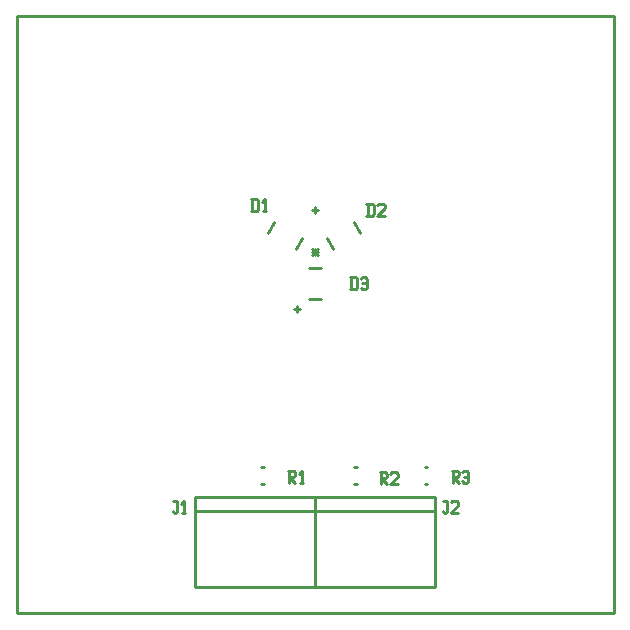
<source format=gbr>
G04 start of page 8 for group -4079 idx -4079 *
G04 Title: (unknown), topsilk *
G04 Creator: pcb 4.0.2 *
G04 CreationDate: Mon Feb 22 17:57:16 2021 UTC *
G04 For: ndholmes *
G04 Format: Gerber/RS-274X *
G04 PCB-Dimensions (mil): 2000.00 2000.00 *
G04 PCB-Coordinate-Origin: lower left *
%MOIN*%
%FSLAX25Y25*%
%LNTOPSILK*%
%ADD31C,0.0100*%
G54D31*X500Y199500D02*X199500D01*
Y500D01*
X500D01*
Y199500D01*
X99000Y122000D02*X101000Y120000D01*
X99000D02*X101000Y122000D01*
X99000Y121000D02*X101000D01*
X100000Y122000D02*Y120000D01*
X99000Y135000D02*X101000D01*
X100000Y136000D02*Y134000D01*
X93000Y102000D02*X95000D01*
X94000Y103000D02*Y101000D01*
X82107Y43745D02*X82893D01*
X82107Y49255D02*X82893D01*
X113107D02*X113893D01*
X113107Y43745D02*X113893D01*
X136607Y49255D02*X137393D01*
X136607Y43745D02*X137393D01*
X100000Y9200D02*X140000D01*
X100000Y39200D02*X140000D01*
X100000Y34800D02*X140000D01*
X100000Y39200D02*Y9200D01*
X140000Y39200D02*Y9200D01*
X60000D02*X100000D01*
X60000Y39200D02*X100000D01*
X60000Y34800D02*X100000D01*
X60000Y39200D02*Y9200D01*
X100000Y39200D02*Y9200D01*
X84414Y127453D02*X86382Y130861D01*
X93618Y122139D02*X95586Y125547D01*
X105882Y122139D02*X103914Y125547D01*
X115086Y127453D02*X113118Y130861D01*
X98032Y105186D02*X101968D01*
X98032Y115814D02*X101968D01*
X91000Y48010D02*X92980D01*
X93475Y47515D01*
Y46525D01*
X92980Y46030D02*X93475Y46525D01*
X91495Y46030D02*X92980D01*
X91495Y48010D02*Y44050D01*
Y46030D02*X93475Y44050D01*
X95158D02*X96148D01*
X95653Y48010D02*Y44050D01*
X94663Y47020D02*X95653Y48010D01*
X52500Y38000D02*X54000D01*
Y34500D01*
X53500Y34000D02*X54000Y34500D01*
X53000Y34000D02*X53500D01*
X52500Y34500D02*X53000Y34000D01*
X55700D02*X56700D01*
X56200Y38000D02*Y34000D01*
X55200Y37000D02*X56200Y38000D01*
X121500Y47510D02*X123480D01*
X123975Y47015D01*
Y46025D01*
X123480Y45530D02*X123975Y46025D01*
X121995Y45530D02*X123480D01*
X121995Y47510D02*Y43550D01*
Y45530D02*X123975Y43550D01*
X125163Y47015D02*X125658Y47510D01*
X127143D01*
X127638Y47015D01*
Y46025D01*
X125163Y43550D02*X127638Y46025D01*
X125163Y43550D02*X127638D01*
X145500Y48010D02*X147480D01*
X147975Y47515D01*
Y46525D01*
X147480Y46030D02*X147975Y46525D01*
X145995Y46030D02*X147480D01*
X145995Y48010D02*Y44050D01*
Y46030D02*X147975Y44050D01*
X149163Y47515D02*X149658Y48010D01*
X150648D01*
X151143Y47515D01*
Y44545D01*
X150648Y44050D02*X151143Y44545D01*
X149658Y44050D02*X150648D01*
X149163Y44545D02*X149658Y44050D01*
Y46030D02*X151143D01*
X142500Y38000D02*X144000D01*
Y34500D01*
X143500Y34000D02*X144000Y34500D01*
X143000Y34000D02*X143500D01*
X142500Y34500D02*X143000Y34000D01*
X145200Y37500D02*X145700Y38000D01*
X147200D01*
X147700Y37500D01*
Y36500D01*
X145200Y34000D02*X147700Y36500D01*
X145200Y34000D02*X147700D01*
X79000Y138500D02*Y134500D01*
X80500Y138500D02*X81000Y138000D01*
Y135000D01*
X80500Y134500D02*X81000Y135000D01*
X78500Y134500D02*X80500D01*
X78500Y138500D02*X80500D01*
X82700Y134500D02*X83700D01*
X83200Y138500D02*Y134500D01*
X82200Y137500D02*X83200Y138500D01*
X117500Y137000D02*Y133000D01*
X119000Y137000D02*X119500Y136500D01*
Y133500D01*
X119000Y133000D02*X119500Y133500D01*
X117000Y133000D02*X119000D01*
X117000Y137000D02*X119000D01*
X120700Y136500D02*X121200Y137000D01*
X122700D01*
X123200Y136500D01*
Y135500D01*
X120700Y133000D02*X123200Y135500D01*
X120700Y133000D02*X123200D01*
X112000Y112500D02*Y108500D01*
X113500Y112500D02*X114000Y112000D01*
Y109000D01*
X113500Y108500D02*X114000Y109000D01*
X111500Y108500D02*X113500D01*
X111500Y112500D02*X113500D01*
X115200Y112000D02*X115700Y112500D01*
X116700D01*
X117200Y112000D01*
Y109000D01*
X116700Y108500D02*X117200Y109000D01*
X115700Y108500D02*X116700D01*
X115200Y109000D02*X115700Y108500D01*
Y110500D02*X117200D01*
M02*

</source>
